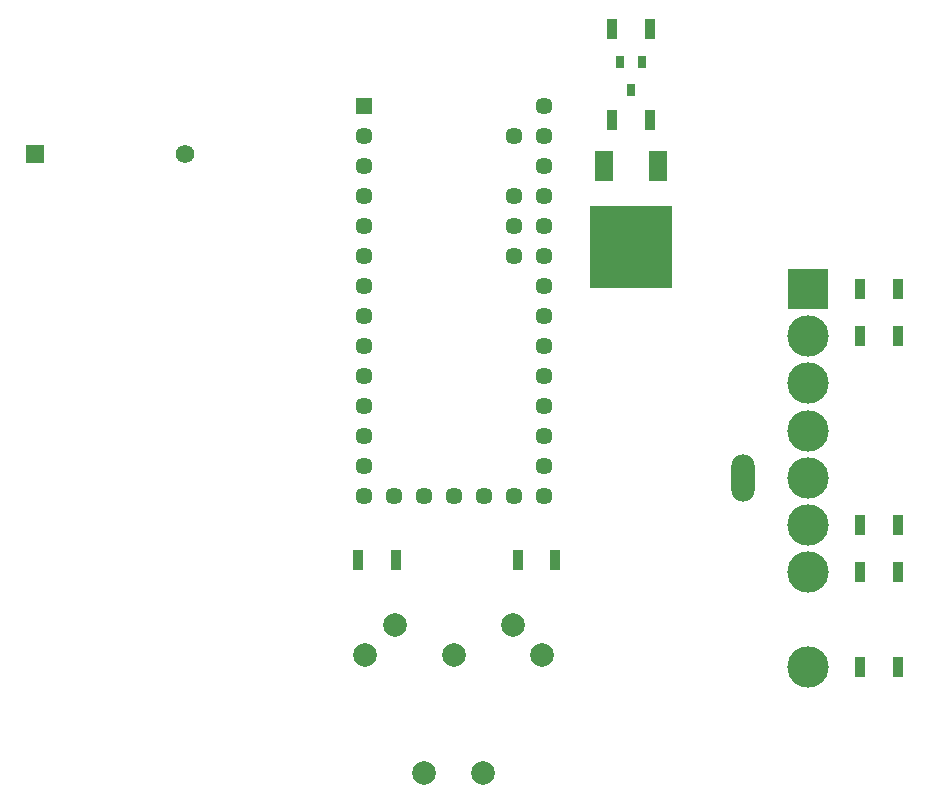
<source format=gbs>
%FSLAX33Y33*%
%MOMM*%
%AMRR-H4000000-W2000000-R1000000-RO0.000*
21,1,2.,2.,0.,0.,360*
1,1,2.,0.,1.*
1,1,2.,0.,1.*
1,1,2.,0.,-1.*
1,1,2.,-0.,-1.*%
%AMRect-W1566000-H1566000-RO1.500*
21,1,1.566,1.566,0.,0.,90*%
%AMRect-W599999-H1000000-RO1.000*
21,1,0.599999,1.,0.,0.,180*%
%AMRect-W820710-H1670710-RO1.000*
21,1,0.82071,1.67071,0.,0.,180*%
%ADD10R,3.5X3.5*%
%ADD11C,3.5*%
%ADD12RR-H4000000-W2000000-R1000000-RO0.000*%
%ADD13C,2.*%
%ADD14R,7.X7.*%
%ADD15R,1.5X2.5*%
%ADD16C,1.566*%
%ADD17Rect-W1566000-H1566000-RO1.500*%
%ADD18Rect-W599999-H1000000-RO1.000*%
%ADD19Rect-W820710-H1670710-RO1.000*%
%ADD20R,0.82071X1.67071*%
%ADD21C,1.45*%
%ADD22R,1.45X1.45*%
D10*
%LNbottom solder mask_traces*%
%LNbottom solder mask component 850c937d07aa44eb*%
G01*
X75000Y51000D03*
D11*
X75000Y47000D03*
X75000Y43000D03*
X75000Y39000D03*
X75000Y35000D03*
X75000Y31000D03*
X75000Y27000D03*
X75000Y19000D03*
D12*
X69500Y35000D03*
%LNbottom solder mask component 22919f5b1da83a9d*%
D13*
X45000Y20000D03*
X37500Y20000D03*
X52500Y20000D03*
X40000Y22500D03*
X50000Y22500D03*
X42500Y10000D03*
X47500Y10000D03*
%LNbottom solder mask component 0d0e1ac56a31cf0a*%
D14*
X60000Y54500D03*
D15*
X57700Y61400D03*
X62300Y61400D03*
%LNbottom solder mask component 794d13895f8c3f47*%
D16*
X22265Y62445D03*
D17*
X9565Y62445D03*
%LNbottom solder mask component ed6aac9b1e4144ae*%
D18*
X60000Y67800D03*
X60950Y70200D03*
X59050Y70200D03*
%LNbottom solder mask component 3551aa586fd520a7*%
D19*
X82575Y19000D03*
X79425Y19000D03*
%LNbottom solder mask component f3a6a5f8d7136d03*%
X82575Y51000D03*
X79425Y51000D03*
%LNbottom solder mask component 2518a5df77d1979c*%
D20*
X58425Y73000D03*
X61575Y73000D03*
%LNbottom solder mask component e02644c225c8131e*%
D19*
X40075Y28000D03*
X36925Y28000D03*
%LNbottom solder mask component 954f632090d1658b*%
X82575Y27000D03*
X79425Y27000D03*
%LNbottom solder mask component 6262f7c8d15c121a*%
D21*
X50080Y63970D03*
X50080Y58890D03*
X50080Y56350D03*
X50080Y53810D03*
X50080Y33490D03*
X47540Y33490D03*
X45000Y33490D03*
X42460Y33490D03*
X39920Y33490D03*
D22*
X37380Y66510D03*
D21*
X37380Y63970D03*
X37380Y61430D03*
X37380Y58890D03*
X37380Y56350D03*
X37380Y53810D03*
X37380Y51270D03*
X37380Y48730D03*
X37380Y46190D03*
X37380Y43650D03*
X37380Y41110D03*
X37380Y38570D03*
X37380Y36030D03*
X37380Y33490D03*
X52620Y33490D03*
X52620Y36030D03*
X52620Y38570D03*
X52620Y41110D03*
X52620Y43650D03*
X52620Y46190D03*
X52620Y48730D03*
X52620Y51270D03*
X52620Y53810D03*
X52620Y56350D03*
X52620Y58890D03*
X52620Y61430D03*
X52620Y63970D03*
X52620Y66510D03*
%LNbottom solder mask component 37bf67a02f6b0f8a*%
D19*
X61575Y65250D03*
X58425Y65250D03*
%LNbottom solder mask component 8063edbf7f7efeab*%
X82575Y47000D03*
X79425Y47000D03*
%LNbottom solder mask component aa97142ff3d33da6*%
X53575Y28000D03*
X50425Y28000D03*
%LNbottom solder mask component 1206776b99d0c674*%
X82575Y31000D03*
X79425Y31000D03*
M02*
</source>
